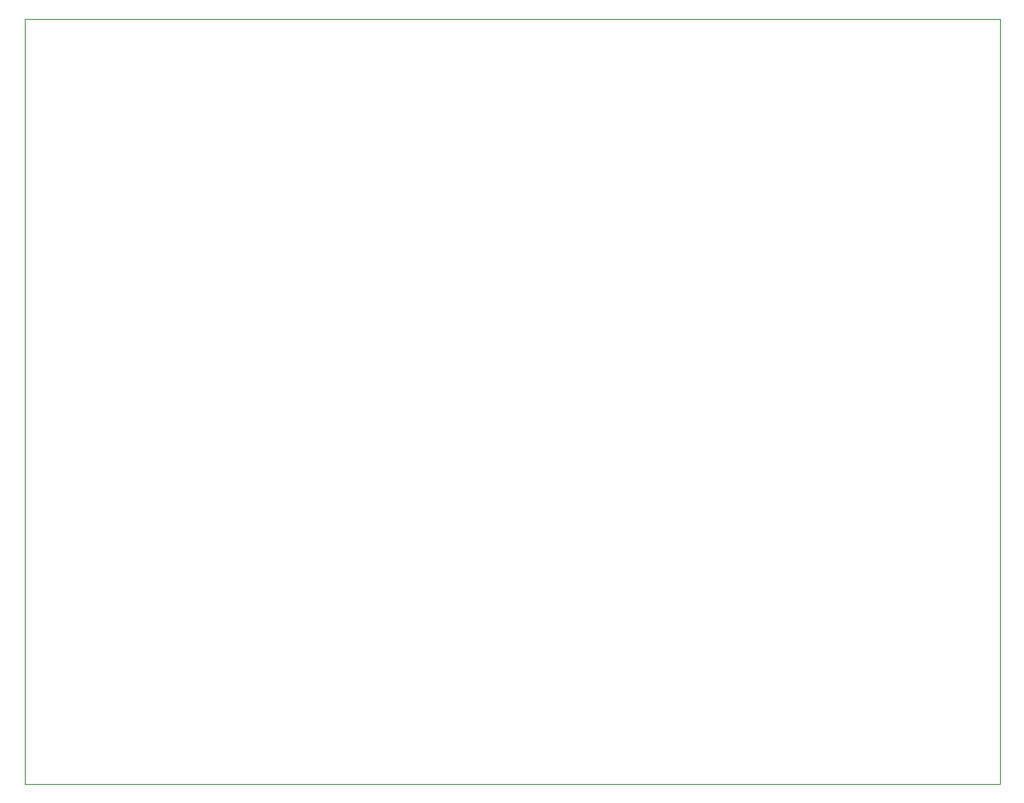
<source format=gbr>
%TF.GenerationSoftware,KiCad,Pcbnew,8.0.8*%
%TF.CreationDate,2025-03-28T16:36:24+05:30*%
%TF.ProjectId,MainBoard_v1.2.0,4d61696e-426f-4617-9264-5f76312e322e,rev?*%
%TF.SameCoordinates,Original*%
%TF.FileFunction,Legend,Bot*%
%TF.FilePolarity,Positive*%
%FSLAX46Y46*%
G04 Gerber Fmt 4.6, Leading zero omitted, Abs format (unit mm)*
G04 Created by KiCad (PCBNEW 8.0.8) date 2025-03-28 16:36:24*
%MOMM*%
%LPD*%
G01*
G04 APERTURE LIST*
G04 Aperture macros list*
%AMRoundRect*
0 Rectangle with rounded corners*
0 $1 Rounding radius*
0 $2 $3 $4 $5 $6 $7 $8 $9 X,Y pos of 4 corners*
0 Add a 4 corners polygon primitive as box body*
4,1,4,$2,$3,$4,$5,$6,$7,$8,$9,$2,$3,0*
0 Add four circle primitives for the rounded corners*
1,1,$1+$1,$2,$3*
1,1,$1+$1,$4,$5*
1,1,$1+$1,$6,$7*
1,1,$1+$1,$8,$9*
0 Add four rect primitives between the rounded corners*
20,1,$1+$1,$2,$3,$4,$5,0*
20,1,$1+$1,$4,$5,$6,$7,0*
20,1,$1+$1,$6,$7,$8,$9,0*
20,1,$1+$1,$8,$9,$2,$3,0*%
G04 Aperture macros list end*
%ADD10C,3.200000*%
%ADD11R,2.600000X2.600000*%
%ADD12C,2.600000*%
%ADD13RoundRect,0.250000X-0.600000X-0.725000X0.600000X-0.725000X0.600000X0.725000X-0.600000X0.725000X0*%
%ADD14O,1.700000X1.950000*%
%ADD15RoundRect,0.250000X0.725000X-0.600000X0.725000X0.600000X-0.725000X0.600000X-0.725000X-0.600000X0*%
%ADD16O,1.950000X1.700000*%
%ADD17RoundRect,0.102000X0.754000X-0.754000X0.754000X0.754000X-0.754000X0.754000X-0.754000X-0.754000X0*%
%ADD18RoundRect,0.250000X0.600000X0.675000X-0.600000X0.675000X-0.600000X-0.675000X0.600000X-0.675000X0*%
%ADD19O,1.700000X1.850000*%
%ADD20R,2.000000X2.000000*%
%ADD21C,2.000000*%
%ADD22RoundRect,0.250000X-0.725000X0.600000X-0.725000X-0.600000X0.725000X-0.600000X0.725000X0.600000X0*%
%ADD23O,3.800000X5.500000*%
%ADD24O,3.800000X5.300000*%
%ADD25R,1.500000X1.500000*%
%ADD26C,1.600000*%
%ADD27RoundRect,0.250000X0.750000X-0.600000X0.750000X0.600000X-0.750000X0.600000X-0.750000X-0.600000X0*%
%ADD28O,2.000000X1.700000*%
%ADD29O,1.700000X1.700000*%
%ADD30R,1.700000X1.700000*%
%TA.AperFunction,Profile*%
%ADD31C,0.050000*%
%TD*%
G04 APERTURE END LIST*
%LPC*%
D10*
%TO.C,REF\u002A\u002A*%
X68820000Y-117850000D03*
%TD*%
%TO.C,REF\u002A\u002A*%
X119370000Y-122010000D03*
%TD*%
D11*
%TO.C,J15*%
X139305000Y-93725000D03*
D12*
X134225000Y-93725000D03*
%TD*%
D13*
%TO.C,J6*%
X95830000Y-93555000D03*
D14*
X98330000Y-93555000D03*
X100830000Y-93555000D03*
%TD*%
D13*
%TO.C,J5*%
X79260000Y-159435000D03*
D14*
X81760000Y-159435000D03*
X84260000Y-159435000D03*
X86760000Y-159435000D03*
%TD*%
D15*
%TO.C,J1*%
X144930000Y-148640000D03*
D16*
X144930000Y-146140000D03*
X144930000Y-143640000D03*
X144930000Y-141140000D03*
%TD*%
D11*
%TO.C,BATTERY_CONN2*%
X57125000Y-98505000D03*
D12*
X57125000Y-103585000D03*
%TD*%
D11*
%TO.C,J9*%
X142215000Y-159075000D03*
D12*
X147295000Y-159075000D03*
%TD*%
D11*
%TO.C,BATTERY_CONN4*%
X72925000Y-94395000D03*
D12*
X67845000Y-94395000D03*
%TD*%
D17*
%TO.C,U1*%
X89300000Y-115610000D03*
X86760000Y-115610000D03*
X91840000Y-115610000D03*
X96920000Y-115610000D03*
X84220000Y-115610000D03*
X109620000Y-115610000D03*
X122320000Y-115610000D03*
X84220000Y-133390000D03*
X96920000Y-133390000D03*
X109620000Y-133390000D03*
X122320000Y-133390000D03*
X79140000Y-133390000D03*
X81680000Y-133390000D03*
X86760000Y-133390000D03*
X89300000Y-133390000D03*
X91840000Y-133390000D03*
X94380000Y-133390000D03*
X99460000Y-133390000D03*
X102000000Y-133390000D03*
X104540000Y-133390000D03*
X107080000Y-133390000D03*
X112160000Y-133390000D03*
X114700000Y-133390000D03*
X117240000Y-133390000D03*
X119780000Y-133390000D03*
X124860000Y-133390000D03*
X127400000Y-133390000D03*
X127400000Y-115610000D03*
X124860000Y-115610000D03*
X119780000Y-115610000D03*
X117240000Y-115610000D03*
X114700000Y-115610000D03*
X112160000Y-115610000D03*
X107080000Y-115610000D03*
X102000000Y-115610000D03*
X99460000Y-115610000D03*
X94380000Y-115610000D03*
X104540000Y-115610000D03*
X79140000Y-115610000D03*
X81680000Y-115610000D03*
%TD*%
D13*
%TO.C,J11*%
X80850000Y-92505000D03*
D14*
X83350000Y-92505000D03*
X85850000Y-92505000D03*
X88350000Y-92505000D03*
%TD*%
D18*
%TO.C,Q1*%
X70500000Y-156000000D03*
D19*
X73000000Y-156000000D03*
X68000000Y-156000000D03*
%TD*%
D20*
%TO.C,JP1*%
X143890000Y-125480000D03*
D21*
X143890000Y-117880000D03*
%TD*%
D22*
%TO.C,J12*%
X146500000Y-103000000D03*
D16*
X146500000Y-105500000D03*
X146500000Y-108000000D03*
X146500000Y-110500000D03*
%TD*%
D23*
%TO.C,F1*%
X70500000Y-148950000D03*
D24*
X70500000Y-140950000D03*
%TD*%
D13*
%TO.C,J4*%
X92890000Y-159465000D03*
D14*
X95390000Y-159465000D03*
X97890000Y-159465000D03*
%TD*%
D22*
%TO.C,J10*%
X58025000Y-130250000D03*
D16*
X58025000Y-132750000D03*
X58025000Y-135250000D03*
X58025000Y-137750000D03*
%TD*%
D13*
%TO.C,J7*%
X108000000Y-93530000D03*
D14*
X110500000Y-93530000D03*
X113000000Y-93530000D03*
%TD*%
D25*
%TO.C,SW2*%
X70540000Y-162000000D03*
D26*
X68000000Y-162000000D03*
X73080000Y-162000000D03*
%TD*%
D21*
%TO.C,SW1*%
X120670000Y-102820000D03*
X127170000Y-102820000D03*
X120670000Y-107320000D03*
X127170000Y-107320000D03*
%TD*%
D11*
%TO.C,BATTERY_CONN3*%
X57275000Y-110245000D03*
D12*
X57275000Y-115325000D03*
%TD*%
D11*
%TO.C,BATTERY_CONN1*%
X58000000Y-153000000D03*
D12*
X58000000Y-158080000D03*
%TD*%
D11*
%TO.C,J8*%
X126240000Y-93760000D03*
D12*
X121160000Y-93760000D03*
%TD*%
D27*
%TO.C,J14*%
X144600000Y-134360000D03*
D28*
X144600000Y-131860000D03*
%TD*%
D10*
%TO.C,REF\u002A\u002A*%
X129440000Y-152990000D03*
%TD*%
D29*
%TO.C,J2*%
X133008490Y-160652115D03*
X130468490Y-160652115D03*
X127928490Y-160652115D03*
X125388490Y-160652115D03*
X122848490Y-160652115D03*
D30*
X120308490Y-160652115D03*
%TD*%
%TO.C,J3*%
X132970000Y-143610000D03*
D29*
X130430000Y-143610000D03*
X127890000Y-143610000D03*
X125350000Y-143610000D03*
X122810000Y-143610000D03*
X120270000Y-143610000D03*
%TD*%
D13*
%TO.C,J13*%
X104060000Y-159460000D03*
D14*
X106560000Y-159460000D03*
X109060000Y-159460000D03*
%TD*%
%LPD*%
D31*
X50875000Y-87873251D02*
X150625000Y-87873251D01*
X150625000Y-166150000D01*
X50875000Y-166150000D01*
X50875000Y-87873251D01*
M02*

</source>
